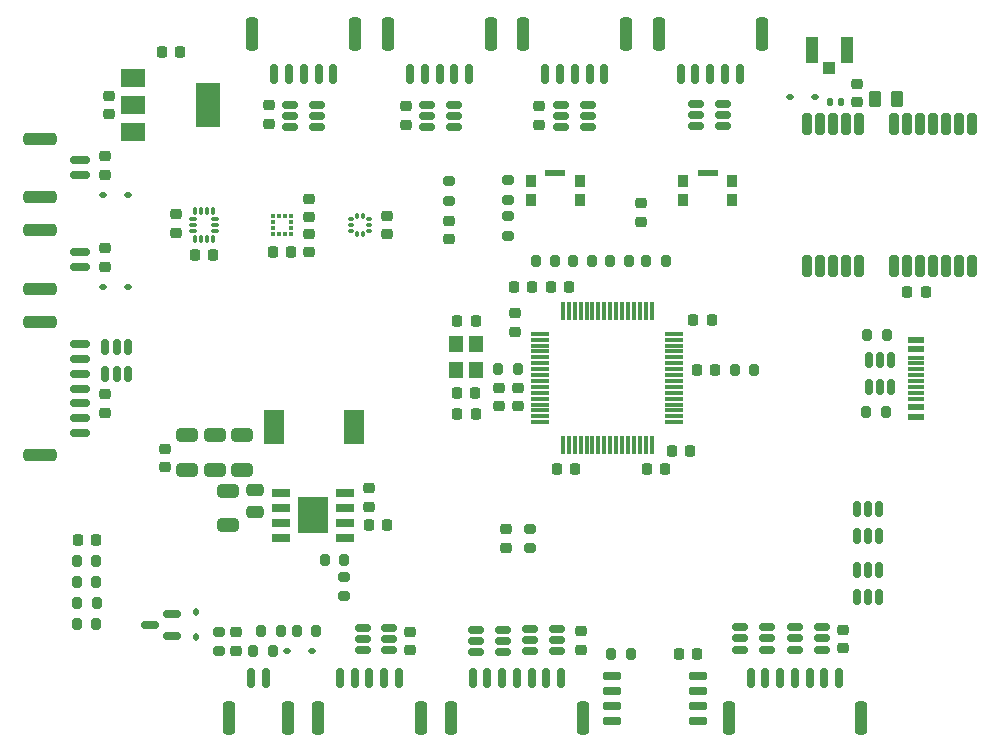
<source format=gbr>
%TF.GenerationSoftware,KiCad,Pcbnew,7.0.1*%
%TF.CreationDate,2023-07-10T14:28:26-04:00*%
%TF.ProjectId,FlightComputer,466c6967-6874-4436-9f6d-70757465722e,rev?*%
%TF.SameCoordinates,Original*%
%TF.FileFunction,Paste,Top*%
%TF.FilePolarity,Positive*%
%FSLAX46Y46*%
G04 Gerber Fmt 4.6, Leading zero omitted, Abs format (unit mm)*
G04 Created by KiCad (PCBNEW 7.0.1) date 2023-07-10 14:28:26*
%MOMM*%
%LPD*%
G01*
G04 APERTURE LIST*
G04 Aperture macros list*
%AMRoundRect*
0 Rectangle with rounded corners*
0 $1 Rounding radius*
0 $2 $3 $4 $5 $6 $7 $8 $9 X,Y pos of 4 corners*
0 Add a 4 corners polygon primitive as box body*
4,1,4,$2,$3,$4,$5,$6,$7,$8,$9,$2,$3,0*
0 Add four circle primitives for the rounded corners*
1,1,$1+$1,$2,$3*
1,1,$1+$1,$4,$5*
1,1,$1+$1,$6,$7*
1,1,$1+$1,$8,$9*
0 Add four rect primitives between the rounded corners*
20,1,$1+$1,$2,$3,$4,$5,0*
20,1,$1+$1,$4,$5,$6,$7,0*
20,1,$1+$1,$6,$7,$8,$9,0*
20,1,$1+$1,$8,$9,$2,$3,0*%
G04 Aperture macros list end*
%ADD10RoundRect,0.150000X-0.150000X-0.700000X0.150000X-0.700000X0.150000X0.700000X-0.150000X0.700000X0*%
%ADD11RoundRect,0.250000X-0.250000X-1.150000X0.250000X-1.150000X0.250000X1.150000X-0.250000X1.150000X0*%
%ADD12RoundRect,0.218750X-0.256250X0.218750X-0.256250X-0.218750X0.256250X-0.218750X0.256250X0.218750X0*%
%ADD13RoundRect,0.225000X-0.250000X0.225000X-0.250000X-0.225000X0.250000X-0.225000X0.250000X0.225000X0*%
%ADD14RoundRect,0.150000X0.512500X0.150000X-0.512500X0.150000X-0.512500X-0.150000X0.512500X-0.150000X0*%
%ADD15RoundRect,0.200000X-0.200000X-0.275000X0.200000X-0.275000X0.200000X0.275000X-0.200000X0.275000X0*%
%ADD16RoundRect,0.200000X0.200000X0.275000X-0.200000X0.275000X-0.200000X-0.275000X0.200000X-0.275000X0*%
%ADD17RoundRect,0.150000X0.150000X-0.512500X0.150000X0.512500X-0.150000X0.512500X-0.150000X-0.512500X0*%
%ADD18RoundRect,0.112500X-0.187500X-0.112500X0.187500X-0.112500X0.187500X0.112500X-0.187500X0.112500X0*%
%ADD19RoundRect,0.150000X-0.512500X-0.150000X0.512500X-0.150000X0.512500X0.150000X-0.512500X0.150000X0*%
%ADD20RoundRect,0.200000X0.275000X-0.200000X0.275000X0.200000X-0.275000X0.200000X-0.275000X-0.200000X0*%
%ADD21RoundRect,0.218750X0.218750X0.256250X-0.218750X0.256250X-0.218750X-0.256250X0.218750X-0.256250X0*%
%ADD22RoundRect,0.150000X0.700000X-0.150000X0.700000X0.150000X-0.700000X0.150000X-0.700000X-0.150000X0*%
%ADD23RoundRect,0.250000X1.150000X-0.250000X1.150000X0.250000X-1.150000X0.250000X-1.150000X-0.250000X0*%
%ADD24R,2.000000X1.500000*%
%ADD25R,2.000000X3.800000*%
%ADD26R,0.900000X1.000000*%
%ADD27R,1.700000X0.550000*%
%ADD28RoundRect,0.225000X-0.225000X-0.250000X0.225000X-0.250000X0.225000X0.250000X-0.225000X0.250000X0*%
%ADD29RoundRect,0.075000X-0.700000X-0.075000X0.700000X-0.075000X0.700000X0.075000X-0.700000X0.075000X0*%
%ADD30RoundRect,0.075000X-0.075000X-0.700000X0.075000X-0.700000X0.075000X0.700000X-0.075000X0.700000X0*%
%ADD31RoundRect,0.250000X-0.650000X0.325000X-0.650000X-0.325000X0.650000X-0.325000X0.650000X0.325000X0*%
%ADD32RoundRect,0.225000X0.250000X-0.225000X0.250000X0.225000X-0.250000X0.225000X-0.250000X-0.225000X0*%
%ADD33RoundRect,0.225000X0.225000X0.250000X-0.225000X0.250000X-0.225000X-0.250000X0.225000X-0.250000X0*%
%ADD34R,1.450000X0.600000*%
%ADD35R,1.450000X0.300000*%
%ADD36RoundRect,0.150000X0.150000X0.700000X-0.150000X0.700000X-0.150000X-0.700000X0.150000X-0.700000X0*%
%ADD37RoundRect,0.250000X0.250000X1.150000X-0.250000X1.150000X-0.250000X-1.150000X0.250000X-1.150000X0*%
%ADD38RoundRect,0.147500X-0.147500X-0.172500X0.147500X-0.172500X0.147500X0.172500X-0.147500X0.172500X0*%
%ADD39RoundRect,0.218750X-0.218750X-0.256250X0.218750X-0.256250X0.218750X0.256250X-0.218750X0.256250X0*%
%ADD40RoundRect,0.112500X-0.112500X0.187500X-0.112500X-0.187500X0.112500X-0.187500X0.112500X0.187500X0*%
%ADD41RoundRect,0.218750X0.256250X-0.218750X0.256250X0.218750X-0.256250X0.218750X-0.256250X-0.218750X0*%
%ADD42RoundRect,0.087500X-0.087500X0.125000X-0.087500X-0.125000X0.087500X-0.125000X0.087500X0.125000X0*%
%ADD43RoundRect,0.087500X-0.125000X0.087500X-0.125000X-0.087500X0.125000X-0.087500X0.125000X0.087500X0*%
%ADD44RoundRect,0.200000X-0.275000X0.200000X-0.275000X-0.200000X0.275000X-0.200000X0.275000X0.200000X0*%
%ADD45RoundRect,0.087500X-0.087500X0.225000X-0.087500X-0.225000X0.087500X-0.225000X0.087500X0.225000X0*%
%ADD46RoundRect,0.087500X-0.225000X0.087500X-0.225000X-0.087500X0.225000X-0.087500X0.225000X0.087500X0*%
%ADD47RoundRect,0.250000X0.475000X-0.250000X0.475000X0.250000X-0.475000X0.250000X-0.475000X-0.250000X0*%
%ADD48R,1.000000X1.050000*%
%ADD49R,1.050000X2.200000*%
%ADD50R,0.350000X0.375000*%
%ADD51R,0.375000X0.350000*%
%ADD52RoundRect,0.150000X-0.650000X-0.150000X0.650000X-0.150000X0.650000X0.150000X-0.650000X0.150000X0*%
%ADD53RoundRect,0.250000X0.650000X-0.325000X0.650000X0.325000X-0.650000X0.325000X-0.650000X-0.325000X0*%
%ADD54R,1.750000X3.000000*%
%ADD55RoundRect,0.250000X-0.262500X-0.450000X0.262500X-0.450000X0.262500X0.450000X-0.262500X0.450000X0*%
%ADD56RoundRect,0.150000X0.587500X0.150000X-0.587500X0.150000X-0.587500X-0.150000X0.587500X-0.150000X0*%
%ADD57R,1.525000X0.650000*%
%ADD58R,2.600000X3.100000*%
%ADD59RoundRect,0.150000X-0.150000X0.512500X-0.150000X-0.512500X0.150000X-0.512500X0.150000X0.512500X0*%
%ADD60R,1.200000X1.400000*%
%ADD61RoundRect,0.200000X-0.200000X0.700000X-0.200000X-0.700000X0.200000X-0.700000X0.200000X0.700000X0*%
%ADD62RoundRect,0.112500X0.187500X0.112500X-0.187500X0.112500X-0.187500X-0.112500X0.187500X-0.112500X0*%
G04 APERTURE END LIST*
D10*
%TO.C,J4*%
X71200000Y-62750000D03*
X72450000Y-62750000D03*
X73700000Y-62750000D03*
X74950000Y-62750000D03*
X76200000Y-62750000D03*
D11*
X69350000Y-59400000D03*
X78050000Y-59400000D03*
%TD*%
D12*
%TO.C,F7*%
X56850000Y-89862500D03*
X56850000Y-91437500D03*
%TD*%
D13*
%TO.C,C1*%
X74150000Y-76325000D03*
X74150000Y-77875000D03*
%TD*%
D14*
%TO.C,U11*%
X109194607Y-67200000D03*
X109194607Y-66250000D03*
X109194607Y-65300000D03*
X106919607Y-65300000D03*
X106919607Y-66250000D03*
X106919607Y-67200000D03*
%TD*%
D15*
%TO.C,R19*%
X93325000Y-78600000D03*
X94975000Y-78600000D03*
%TD*%
D16*
%TO.C,R16*%
X56175000Y-107550000D03*
X54525000Y-107550000D03*
%TD*%
D17*
%TO.C,U12*%
X120500000Y-101837500D03*
X121450000Y-101837500D03*
X122400000Y-101837500D03*
X122400000Y-99562500D03*
X121450000Y-99562500D03*
X120500000Y-99562500D03*
%TD*%
D18*
%TO.C,D4*%
X56700000Y-80800000D03*
X58800000Y-80800000D03*
%TD*%
D19*
%TO.C,U17*%
X88325000Y-109800000D03*
X88325000Y-110750000D03*
X88325000Y-111700000D03*
X90600000Y-111700000D03*
X90600000Y-110750000D03*
X90600000Y-109800000D03*
%TD*%
D12*
%TO.C,F2*%
X82350000Y-65500000D03*
X82350000Y-67075000D03*
%TD*%
D20*
%TO.C,R4*%
X77100000Y-106977000D03*
X77100000Y-105327000D03*
%TD*%
D16*
%TO.C,R5*%
X77138000Y-103892000D03*
X75488000Y-103892000D03*
%TD*%
D15*
%TO.C,R24*%
X73100000Y-109900000D03*
X74750000Y-109900000D03*
%TD*%
D19*
%TO.C,U16*%
X92862500Y-109750000D03*
X92862500Y-110700000D03*
X92862500Y-111650000D03*
X95137500Y-111650000D03*
X95137500Y-110700000D03*
X95137500Y-109750000D03*
%TD*%
D21*
%TO.C,D2*%
X108537500Y-87800000D03*
X106962500Y-87800000D03*
%TD*%
D22*
%TO.C,J13*%
X54750000Y-71325000D03*
X54750000Y-70075000D03*
D23*
X51400000Y-73175000D03*
X51400000Y-68225000D03*
%TD*%
D19*
%TO.C,U15*%
X110612500Y-109600000D03*
X110612500Y-110550000D03*
X110612500Y-111500000D03*
X112887500Y-111500000D03*
X112887500Y-110550000D03*
X112887500Y-109600000D03*
%TD*%
D24*
%TO.C,U3*%
X59271899Y-63100000D03*
X59271899Y-65400000D03*
D25*
X65571899Y-65400000D03*
D24*
X59271899Y-67700000D03*
%TD*%
D16*
%TO.C,R8*%
X101275000Y-78600000D03*
X99625000Y-78600000D03*
%TD*%
D26*
%TO.C,SW1*%
X105850000Y-71800000D03*
X109950000Y-71800000D03*
X105850000Y-73400000D03*
X109950000Y-73400000D03*
D27*
X107900000Y-71175000D03*
%TD*%
D28*
%TO.C,C7*%
X94597489Y-80800000D03*
X96147489Y-80800000D03*
%TD*%
D29*
%TO.C,U4*%
X93717489Y-84750000D03*
X93717489Y-85250000D03*
X93717489Y-85750000D03*
X93717489Y-86250000D03*
X93717489Y-86750000D03*
X93717489Y-87250000D03*
X93717489Y-87750000D03*
X93717489Y-88250000D03*
X93717489Y-88750000D03*
X93717489Y-89250000D03*
X93717489Y-89750000D03*
X93717489Y-90250000D03*
X93717489Y-90750000D03*
X93717489Y-91250000D03*
X93717489Y-91750000D03*
X93717489Y-92250000D03*
D30*
X95642489Y-94175000D03*
X96142489Y-94175000D03*
X96642489Y-94175000D03*
X97142489Y-94175000D03*
X97642489Y-94175000D03*
X98142489Y-94175000D03*
X98642489Y-94175000D03*
X99142489Y-94175000D03*
X99642489Y-94175000D03*
X100142489Y-94175000D03*
X100642489Y-94175000D03*
X101142489Y-94175000D03*
X101642489Y-94175000D03*
X102142489Y-94175000D03*
X102642489Y-94175000D03*
X103142489Y-94175000D03*
D29*
X105067489Y-92250000D03*
X105067489Y-91750000D03*
X105067489Y-91250000D03*
X105067489Y-90750000D03*
X105067489Y-90250000D03*
X105067489Y-89750000D03*
X105067489Y-89250000D03*
X105067489Y-88750000D03*
X105067489Y-88250000D03*
X105067489Y-87750000D03*
X105067489Y-87250000D03*
X105067489Y-86750000D03*
X105067489Y-86250000D03*
X105067489Y-85750000D03*
X105067489Y-85250000D03*
X105067489Y-84750000D03*
D30*
X103142489Y-82825000D03*
X102642489Y-82825000D03*
X102142489Y-82825000D03*
X101642489Y-82825000D03*
X101142489Y-82825000D03*
X100642489Y-82825000D03*
X100142489Y-82825000D03*
X99642489Y-82825000D03*
X99142489Y-82825000D03*
X98642489Y-82825000D03*
X98142489Y-82825000D03*
X97642489Y-82825000D03*
X97142489Y-82825000D03*
X96642489Y-82825000D03*
X96142489Y-82825000D03*
X95642489Y-82825000D03*
%TD*%
D31*
%TO.C,C15*%
X66144879Y-93360000D03*
X66144879Y-96310000D03*
%TD*%
D28*
%TO.C,C21*%
X102775000Y-96200000D03*
X104325000Y-96200000D03*
%TD*%
D32*
%TO.C,C3*%
X74150000Y-74877500D03*
X74150000Y-73327500D03*
%TD*%
D33*
%TO.C,C20*%
X88225000Y-89730000D03*
X86675000Y-89730000D03*
%TD*%
D34*
%TO.C,J18*%
X125543949Y-91770000D03*
X125543949Y-90970000D03*
D35*
X125543949Y-89770000D03*
X125543949Y-88770000D03*
X125543949Y-88270000D03*
X125543949Y-87270000D03*
D34*
X125543949Y-86070000D03*
X125543949Y-85270000D03*
X125543949Y-85270000D03*
X125543949Y-86070000D03*
D35*
X125543949Y-86770000D03*
X125543949Y-87770000D03*
X125543949Y-89270000D03*
X125543949Y-90270000D03*
D34*
X125543949Y-90970000D03*
X125543949Y-91770000D03*
%TD*%
D32*
%TO.C,C18*%
X120500000Y-65150000D03*
X120500000Y-63600000D03*
%TD*%
D36*
%TO.C,J7*%
X95500000Y-113900000D03*
X94250000Y-113900000D03*
X93000000Y-113900000D03*
X91750000Y-113900000D03*
X90500000Y-113900000D03*
X89250000Y-113900000D03*
X88000000Y-113900000D03*
D37*
X97350000Y-117250000D03*
X86150000Y-117250000D03*
%TD*%
D12*
%TO.C,F9*%
X56862500Y-69712500D03*
X56862500Y-71287500D03*
%TD*%
D33*
%TO.C,C33*%
X107015000Y-111900000D03*
X105465000Y-111900000D03*
%TD*%
D15*
%TO.C,R17*%
X54500000Y-105800000D03*
X56150000Y-105800000D03*
%TD*%
D17*
%TO.C,U20*%
X121550000Y-89237500D03*
X122500000Y-89237500D03*
X123450000Y-89237500D03*
X123450000Y-86962500D03*
X122500000Y-86962500D03*
X121550000Y-86962500D03*
%TD*%
D38*
%TO.C,L3*%
X118215000Y-65175000D03*
X119185000Y-65175000D03*
%TD*%
D12*
%TO.C,F8*%
X56875000Y-77512500D03*
X56875000Y-79087500D03*
%TD*%
D14*
%TO.C,U9*%
X86387500Y-67250000D03*
X86387500Y-66300000D03*
X86387500Y-65350000D03*
X84112500Y-65350000D03*
X84112500Y-66300000D03*
X84112500Y-67250000D03*
%TD*%
D15*
%TO.C,R12*%
X110175000Y-87800000D03*
X111825000Y-87800000D03*
%TD*%
D28*
%TO.C,C6*%
X64482500Y-78125000D03*
X66032500Y-78125000D03*
%TD*%
D32*
%TO.C,C29*%
X90192489Y-90875000D03*
X90192489Y-89325000D03*
%TD*%
D22*
%TO.C,J5*%
X54750000Y-93150000D03*
X54750000Y-91900000D03*
X54750000Y-90650000D03*
X54750000Y-89400000D03*
X54750000Y-88150000D03*
X54750000Y-86900000D03*
X54750000Y-85650000D03*
D23*
X51400000Y-95000000D03*
X51400000Y-83800000D03*
%TD*%
D39*
%TO.C,L2*%
X86675000Y-91530000D03*
X88250000Y-91530000D03*
%TD*%
D33*
%TO.C,C24*%
X96667489Y-96200000D03*
X95117489Y-96200000D03*
%TD*%
D40*
%TO.C,D35*%
X64550000Y-108350000D03*
X64550000Y-110450000D03*
%TD*%
D28*
%TO.C,C11*%
X79194879Y-100910000D03*
X80744879Y-100910000D03*
%TD*%
D19*
%TO.C,U14*%
X115312500Y-109600000D03*
X115312500Y-110550000D03*
X115312500Y-111500000D03*
X117587500Y-111500000D03*
X117587500Y-110550000D03*
X117587500Y-109600000D03*
%TD*%
D41*
%TO.C,F4*%
X82718750Y-111568750D03*
X82718750Y-109993750D03*
%TD*%
D17*
%TO.C,U13*%
X120500000Y-107037500D03*
X121450000Y-107037500D03*
X122400000Y-107037500D03*
X122400000Y-104762500D03*
X121450000Y-104762500D03*
X120500000Y-104762500D03*
%TD*%
D28*
%TO.C,C31*%
X54550000Y-102225000D03*
X56100000Y-102225000D03*
%TD*%
D42*
%TO.C,U5*%
X78735000Y-74787500D03*
X78235000Y-74787500D03*
D43*
X77722500Y-75050000D03*
X77722500Y-75550000D03*
X77722500Y-76050000D03*
D42*
X78235000Y-76312500D03*
X78735000Y-76312500D03*
D43*
X79247500Y-76050000D03*
X79247500Y-75550000D03*
X79247500Y-75050000D03*
%TD*%
D44*
%TO.C,R11*%
X91000000Y-74800000D03*
X91000000Y-76450000D03*
%TD*%
%TO.C,R9*%
X92850000Y-101275000D03*
X92850000Y-102925000D03*
%TD*%
D36*
%TO.C,J19*%
X70475000Y-113900000D03*
X69225000Y-113900000D03*
D37*
X72325000Y-117250000D03*
X67375000Y-117250000D03*
%TD*%
D44*
%TO.C,R18*%
X66500000Y-109975000D03*
X66500000Y-111625000D03*
%TD*%
D45*
%TO.C,U2*%
X65997500Y-74387500D03*
X65497500Y-74387500D03*
X64997500Y-74387500D03*
X64497500Y-74387500D03*
D46*
X64335000Y-75050000D03*
X64335000Y-75550000D03*
X64335000Y-76050000D03*
D45*
X64497500Y-76712500D03*
X64997500Y-76712500D03*
X65497500Y-76712500D03*
X65997500Y-76712500D03*
D46*
X66160000Y-76050000D03*
X66160000Y-75550000D03*
X66160000Y-75050000D03*
%TD*%
D20*
%TO.C,R23*%
X86000000Y-73510000D03*
X86000000Y-71860000D03*
%TD*%
D28*
%TO.C,C9*%
X86700000Y-83700000D03*
X88250000Y-83700000D03*
%TD*%
D15*
%TO.C,R21*%
X70100000Y-109900000D03*
X71750000Y-109900000D03*
%TD*%
D12*
%TO.C,D37*%
X86000000Y-75197500D03*
X86000000Y-76772500D03*
%TD*%
%TO.C,F3*%
X93600000Y-65512500D03*
X93600000Y-67087500D03*
%TD*%
D32*
%TO.C,C30*%
X91817489Y-90875000D03*
X91817489Y-89325000D03*
%TD*%
%TO.C,C19*%
X91592489Y-84575000D03*
X91592489Y-83025000D03*
%TD*%
D13*
%TO.C,C32*%
X102250000Y-73725000D03*
X102250000Y-75275000D03*
%TD*%
D10*
%TO.C,J6*%
X82700000Y-62750000D03*
X83950000Y-62750000D03*
X85200000Y-62750000D03*
X86450000Y-62750000D03*
X87700000Y-62750000D03*
D11*
X80850000Y-59400000D03*
X89550000Y-59400000D03*
%TD*%
D12*
%TO.C,D1*%
X90850000Y-101312500D03*
X90850000Y-102887500D03*
%TD*%
D13*
%TO.C,C13*%
X68000000Y-110025000D03*
X68000000Y-111575000D03*
%TD*%
D33*
%TO.C,C27*%
X63246899Y-60900000D03*
X61696899Y-60900000D03*
%TD*%
D47*
%TO.C,C10*%
X69613000Y-99860000D03*
X69613000Y-97960000D03*
%TD*%
D48*
%TO.C,AE1*%
X118200000Y-62275000D03*
D49*
X116725000Y-60750000D03*
X119675000Y-60750000D03*
%TD*%
D31*
%TO.C,C16*%
X63844879Y-93360000D03*
X63844879Y-96310000D03*
%TD*%
D50*
%TO.C,U1*%
X71100000Y-76317500D03*
X71600000Y-76317500D03*
X72100000Y-76317500D03*
X72600000Y-76317500D03*
D51*
X72612500Y-75805000D03*
X72612500Y-75305000D03*
D50*
X72600000Y-74792500D03*
X72100000Y-74792500D03*
X71600000Y-74792500D03*
X71100000Y-74792500D03*
D51*
X71087500Y-75305000D03*
X71087500Y-75805000D03*
%TD*%
D16*
%TO.C,R2*%
X56150000Y-104000000D03*
X54500000Y-104000000D03*
%TD*%
D28*
%TO.C,C22*%
X104875000Y-94642500D03*
X106425000Y-94642500D03*
%TD*%
D12*
%TO.C,F1*%
X70750000Y-65412500D03*
X70750000Y-66987500D03*
%TD*%
D52*
%TO.C,U7*%
X99840000Y-113695000D03*
X99840000Y-114965000D03*
X99840000Y-116235000D03*
X99840000Y-117505000D03*
X107040000Y-117505000D03*
X107040000Y-116235000D03*
X107040000Y-114965000D03*
X107040000Y-113695000D03*
%TD*%
D16*
%TO.C,R22*%
X71075000Y-111600000D03*
X69425000Y-111600000D03*
%TD*%
D32*
%TO.C,C12*%
X79194879Y-99385000D03*
X79194879Y-97835000D03*
%TD*%
D13*
%TO.C,C5*%
X62910000Y-74650000D03*
X62910000Y-76200000D03*
%TD*%
D15*
%TO.C,R6*%
X96467489Y-78600000D03*
X98117489Y-78600000D03*
%TD*%
D33*
%TO.C,C28*%
X126347502Y-81246581D03*
X124797502Y-81246581D03*
%TD*%
%TO.C,C4*%
X72620000Y-77870000D03*
X71070000Y-77870000D03*
%TD*%
D18*
%TO.C,D36*%
X72300000Y-111600000D03*
X74400000Y-111600000D03*
%TD*%
%TO.C,D3*%
X56700000Y-73000000D03*
X58800000Y-73000000D03*
%TD*%
D32*
%TO.C,C26*%
X57250000Y-66175000D03*
X57250000Y-64625000D03*
%TD*%
D28*
%TO.C,C25*%
X106675000Y-83600000D03*
X108225000Y-83600000D03*
%TD*%
D31*
%TO.C,C14*%
X68453000Y-93360014D03*
X68453000Y-96310014D03*
%TD*%
D41*
%TO.C,F5*%
X97150000Y-111500000D03*
X97150000Y-109925000D03*
%TD*%
D16*
%TO.C,R14*%
X122975000Y-91400000D03*
X121325000Y-91400000D03*
%TD*%
D13*
%TO.C,C34*%
X61926758Y-94525000D03*
X61926758Y-96075000D03*
%TD*%
D53*
%TO.C,C8*%
X67313000Y-100984972D03*
X67313000Y-98034972D03*
%TD*%
D16*
%TO.C,R20*%
X104357511Y-78600000D03*
X102707511Y-78600000D03*
%TD*%
D54*
%TO.C,L1*%
X77919879Y-92610000D03*
X71169879Y-92610000D03*
%TD*%
D16*
%TO.C,R3*%
X56150000Y-109300000D03*
X54500000Y-109300000D03*
%TD*%
D55*
%TO.C,R10*%
X122087500Y-64875000D03*
X123912500Y-64875000D03*
%TD*%
D10*
%TO.C,J1*%
X105607107Y-62750000D03*
X106857107Y-62750000D03*
X108107107Y-62750000D03*
X109357107Y-62750000D03*
X110607107Y-62750000D03*
D11*
X103757107Y-59400000D03*
X112457107Y-59400000D03*
%TD*%
D36*
%TO.C,J3*%
X119035000Y-113900000D03*
X117785000Y-113900000D03*
X116535000Y-113900000D03*
X115285000Y-113900000D03*
X114035000Y-113900000D03*
X112785000Y-113900000D03*
X111535000Y-113900000D03*
D37*
X120885000Y-117250000D03*
X109685000Y-117250000D03*
%TD*%
D56*
%TO.C,Q1*%
X62550000Y-110350000D03*
X62550000Y-108450000D03*
X60675000Y-109400000D03*
%TD*%
D16*
%TO.C,R1*%
X91817489Y-87730000D03*
X90167489Y-87730000D03*
%TD*%
%TO.C,R13*%
X123050000Y-84825000D03*
X121400000Y-84825000D03*
%TD*%
D26*
%TO.C,SW2*%
X92950000Y-71800000D03*
X97050000Y-71800000D03*
X92950000Y-73400000D03*
X97050000Y-73400000D03*
D27*
X95000000Y-71175000D03*
%TD*%
D14*
%TO.C,U10*%
X97737500Y-67250000D03*
X97737500Y-66300000D03*
X97737500Y-65350000D03*
X95462500Y-65350000D03*
X95462500Y-66300000D03*
X95462500Y-67250000D03*
%TD*%
D33*
%TO.C,C2*%
X93050000Y-80800000D03*
X91500000Y-80800000D03*
%TD*%
D19*
%TO.C,U18*%
X78675000Y-109650000D03*
X78675000Y-110600000D03*
X78675000Y-111550000D03*
X80950000Y-111550000D03*
X80950000Y-110600000D03*
X80950000Y-109650000D03*
%TD*%
D14*
%TO.C,U8*%
X74787500Y-67250000D03*
X74787500Y-66300000D03*
X74787500Y-65350000D03*
X72512500Y-65350000D03*
X72512500Y-66300000D03*
X72512500Y-67250000D03*
%TD*%
D57*
%TO.C,IC1*%
X71789000Y-98200000D03*
X71789000Y-99470000D03*
X71789000Y-100740000D03*
X71789000Y-102010000D03*
X77213000Y-102010000D03*
X77213000Y-100740000D03*
X77213000Y-99470000D03*
X77213000Y-98200000D03*
D58*
X74501000Y-100105000D03*
%TD*%
D44*
%TO.C,R7*%
X91000000Y-71750000D03*
X91000000Y-73400000D03*
%TD*%
D59*
%TO.C,U19*%
X58800000Y-85875000D03*
X57850000Y-85875000D03*
X56900000Y-85875000D03*
X56900000Y-88150000D03*
X57850000Y-88150000D03*
X58800000Y-88150000D03*
%TD*%
D60*
%TO.C,Y1*%
X86550000Y-85650000D03*
X86550000Y-87850000D03*
X88250000Y-87850000D03*
X88250000Y-85650000D03*
%TD*%
D61*
%TO.C,U6*%
X130300000Y-67035000D03*
X129200000Y-67035000D03*
X128100000Y-67035000D03*
X127000000Y-67035000D03*
X125900000Y-67035000D03*
X124800000Y-67035000D03*
X123700000Y-67035000D03*
X120700000Y-67035000D03*
X119600000Y-67035000D03*
X118500000Y-67035000D03*
X117400000Y-67035000D03*
X116300000Y-67035000D03*
X116300000Y-79035000D03*
X117400000Y-79035000D03*
X118500000Y-79035000D03*
X119600000Y-79035000D03*
X120700000Y-79035000D03*
X123700000Y-79035000D03*
X124800000Y-79035000D03*
X125900000Y-79035000D03*
X127000000Y-79035000D03*
X128100000Y-79035000D03*
X129200000Y-79035000D03*
X130300000Y-79035000D03*
%TD*%
D41*
%TO.C,F6*%
X119350000Y-111387500D03*
X119350000Y-109812500D03*
%TD*%
D13*
%TO.C,C17*%
X80715000Y-74775000D03*
X80715000Y-76325000D03*
%TD*%
D16*
%TO.C,R15*%
X101365000Y-111900000D03*
X99715000Y-111900000D03*
%TD*%
D36*
%TO.C,J9*%
X81750000Y-113900000D03*
X80500000Y-113900000D03*
X79250000Y-113900000D03*
X78000000Y-113900000D03*
X76750000Y-113900000D03*
D37*
X83600000Y-117250000D03*
X74900000Y-117250000D03*
%TD*%
D22*
%TO.C,J17*%
X54750000Y-79100000D03*
X54750000Y-77850000D03*
D23*
X51400000Y-80950000D03*
X51400000Y-76000000D03*
%TD*%
D10*
%TO.C,J8*%
X94150000Y-62750000D03*
X95400000Y-62750000D03*
X96650000Y-62750000D03*
X97900000Y-62750000D03*
X99150000Y-62750000D03*
D11*
X92300000Y-59400000D03*
X101000000Y-59400000D03*
%TD*%
D62*
%TO.C,D5*%
X116950000Y-64700000D03*
X114850000Y-64700000D03*
%TD*%
M02*

</source>
